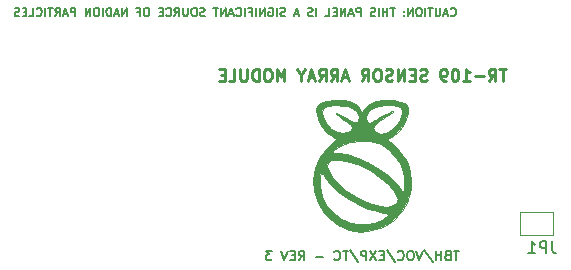
<source format=gbr>
G04 #@! TF.GenerationSoftware,KiCad,Pcbnew,(5.1.10-1-10_14)*
G04 #@! TF.CreationDate,2021-06-08T22:44:31-04:00*
G04 #@! TF.ProjectId,tr109-sensorboard,74723130-392d-4736-956e-736f72626f61,3*
G04 #@! TF.SameCoordinates,Original*
G04 #@! TF.FileFunction,Legend,Bot*
G04 #@! TF.FilePolarity,Positive*
%FSLAX46Y46*%
G04 Gerber Fmt 4.6, Leading zero omitted, Abs format (unit mm)*
G04 Created by KiCad (PCBNEW (5.1.10-1-10_14)) date 2021-06-08 22:44:31*
%MOMM*%
%LPD*%
G01*
G04 APERTURE LIST*
%ADD10C,0.175000*%
%ADD11C,0.200000*%
%ADD12C,0.250000*%
%ADD13C,0.010000*%
%ADD14C,0.120000*%
%ADD15C,0.150000*%
G04 APERTURE END LIST*
D10*
X151304000Y-96960500D02*
X151337333Y-96993833D01*
X151437333Y-97027166D01*
X151504000Y-97027166D01*
X151604000Y-96993833D01*
X151670666Y-96927166D01*
X151704000Y-96860500D01*
X151737333Y-96727166D01*
X151737333Y-96627166D01*
X151704000Y-96493833D01*
X151670666Y-96427166D01*
X151604000Y-96360500D01*
X151504000Y-96327166D01*
X151437333Y-96327166D01*
X151337333Y-96360500D01*
X151304000Y-96393833D01*
X151037333Y-96827166D02*
X150704000Y-96827166D01*
X151104000Y-97027166D02*
X150870666Y-96327166D01*
X150637333Y-97027166D01*
X150404000Y-96327166D02*
X150404000Y-96893833D01*
X150370666Y-96960500D01*
X150337333Y-96993833D01*
X150270666Y-97027166D01*
X150137333Y-97027166D01*
X150070666Y-96993833D01*
X150037333Y-96960500D01*
X150004000Y-96893833D01*
X150004000Y-96327166D01*
X149770666Y-96327166D02*
X149370666Y-96327166D01*
X149570666Y-97027166D02*
X149570666Y-96327166D01*
X149137333Y-97027166D02*
X149137333Y-96327166D01*
X148670666Y-96327166D02*
X148537333Y-96327166D01*
X148470666Y-96360500D01*
X148404000Y-96427166D01*
X148370666Y-96560500D01*
X148370666Y-96793833D01*
X148404000Y-96927166D01*
X148470666Y-96993833D01*
X148537333Y-97027166D01*
X148670666Y-97027166D01*
X148737333Y-96993833D01*
X148804000Y-96927166D01*
X148837333Y-96793833D01*
X148837333Y-96560500D01*
X148804000Y-96427166D01*
X148737333Y-96360500D01*
X148670666Y-96327166D01*
X148070666Y-97027166D02*
X148070666Y-96327166D01*
X147670666Y-97027166D01*
X147670666Y-96327166D01*
X147337333Y-96960500D02*
X147303999Y-96993833D01*
X147337333Y-97027166D01*
X147370666Y-96993833D01*
X147337333Y-96960500D01*
X147337333Y-97027166D01*
X147337333Y-96593833D02*
X147303999Y-96627166D01*
X147337333Y-96660500D01*
X147370666Y-96627166D01*
X147337333Y-96593833D01*
X147337333Y-96660500D01*
X146570666Y-96327166D02*
X146170666Y-96327166D01*
X146370666Y-97027166D02*
X146370666Y-96327166D01*
X145937333Y-97027166D02*
X145937333Y-96327166D01*
X145937333Y-96660500D02*
X145537333Y-96660500D01*
X145537333Y-97027166D02*
X145537333Y-96327166D01*
X145204000Y-97027166D02*
X145204000Y-96327166D01*
X144904000Y-96993833D02*
X144804000Y-97027166D01*
X144637333Y-97027166D01*
X144570666Y-96993833D01*
X144537333Y-96960500D01*
X144504000Y-96893833D01*
X144504000Y-96827166D01*
X144537333Y-96760500D01*
X144570666Y-96727166D01*
X144637333Y-96693833D01*
X144770666Y-96660500D01*
X144837333Y-96627166D01*
X144870666Y-96593833D01*
X144904000Y-96527166D01*
X144904000Y-96460500D01*
X144870666Y-96393833D01*
X144837333Y-96360500D01*
X144770666Y-96327166D01*
X144604000Y-96327166D01*
X144504000Y-96360500D01*
X143670666Y-97027166D02*
X143670666Y-96327166D01*
X143404000Y-96327166D01*
X143337333Y-96360500D01*
X143304000Y-96393833D01*
X143270666Y-96460500D01*
X143270666Y-96560500D01*
X143304000Y-96627166D01*
X143337333Y-96660500D01*
X143404000Y-96693833D01*
X143670666Y-96693833D01*
X143004000Y-96827166D02*
X142670666Y-96827166D01*
X143070666Y-97027166D02*
X142837333Y-96327166D01*
X142604000Y-97027166D01*
X142370666Y-97027166D02*
X142370666Y-96327166D01*
X141970666Y-97027166D01*
X141970666Y-96327166D01*
X141637333Y-96660500D02*
X141404000Y-96660500D01*
X141304000Y-97027166D02*
X141637333Y-97027166D01*
X141637333Y-96327166D01*
X141304000Y-96327166D01*
X140670666Y-97027166D02*
X141004000Y-97027166D01*
X141004000Y-96327166D01*
X139904000Y-97027166D02*
X139904000Y-96327166D01*
X139604000Y-96993833D02*
X139504000Y-97027166D01*
X139337333Y-97027166D01*
X139270666Y-96993833D01*
X139237333Y-96960500D01*
X139204000Y-96893833D01*
X139204000Y-96827166D01*
X139237333Y-96760500D01*
X139270666Y-96727166D01*
X139337333Y-96693833D01*
X139470666Y-96660500D01*
X139537333Y-96627166D01*
X139570666Y-96593833D01*
X139604000Y-96527166D01*
X139604000Y-96460500D01*
X139570666Y-96393833D01*
X139537333Y-96360500D01*
X139470666Y-96327166D01*
X139304000Y-96327166D01*
X139204000Y-96360500D01*
X138404000Y-96827166D02*
X138070666Y-96827166D01*
X138470666Y-97027166D02*
X138237333Y-96327166D01*
X138004000Y-97027166D01*
X137270666Y-96993833D02*
X137170666Y-97027166D01*
X137004000Y-97027166D01*
X136937333Y-96993833D01*
X136904000Y-96960500D01*
X136870666Y-96893833D01*
X136870666Y-96827166D01*
X136904000Y-96760500D01*
X136937333Y-96727166D01*
X137004000Y-96693833D01*
X137137333Y-96660500D01*
X137204000Y-96627166D01*
X137237333Y-96593833D01*
X137270666Y-96527166D01*
X137270666Y-96460500D01*
X137237333Y-96393833D01*
X137204000Y-96360500D01*
X137137333Y-96327166D01*
X136970666Y-96327166D01*
X136870666Y-96360500D01*
X136570666Y-97027166D02*
X136570666Y-96327166D01*
X135870666Y-96360500D02*
X135937333Y-96327166D01*
X136037333Y-96327166D01*
X136137333Y-96360500D01*
X136204000Y-96427166D01*
X136237333Y-96493833D01*
X136270666Y-96627166D01*
X136270666Y-96727166D01*
X136237333Y-96860500D01*
X136204000Y-96927166D01*
X136137333Y-96993833D01*
X136037333Y-97027166D01*
X135970666Y-97027166D01*
X135870666Y-96993833D01*
X135837333Y-96960500D01*
X135837333Y-96727166D01*
X135970666Y-96727166D01*
X135537333Y-97027166D02*
X135537333Y-96327166D01*
X135137333Y-97027166D01*
X135137333Y-96327166D01*
X134804000Y-97027166D02*
X134804000Y-96327166D01*
X134237333Y-96660500D02*
X134470666Y-96660500D01*
X134470666Y-97027166D02*
X134470666Y-96327166D01*
X134137333Y-96327166D01*
X133870666Y-97027166D02*
X133870666Y-96327166D01*
X133137333Y-96960500D02*
X133170666Y-96993833D01*
X133270666Y-97027166D01*
X133337333Y-97027166D01*
X133437333Y-96993833D01*
X133504000Y-96927166D01*
X133537333Y-96860500D01*
X133570666Y-96727166D01*
X133570666Y-96627166D01*
X133537333Y-96493833D01*
X133504000Y-96427166D01*
X133437333Y-96360500D01*
X133337333Y-96327166D01*
X133270666Y-96327166D01*
X133170666Y-96360500D01*
X133137333Y-96393833D01*
X132870666Y-96827166D02*
X132537333Y-96827166D01*
X132937333Y-97027166D02*
X132704000Y-96327166D01*
X132470666Y-97027166D01*
X132237333Y-97027166D02*
X132237333Y-96327166D01*
X131837333Y-97027166D01*
X131837333Y-96327166D01*
X131604000Y-96327166D02*
X131204000Y-96327166D01*
X131404000Y-97027166D02*
X131404000Y-96327166D01*
X130470666Y-96993833D02*
X130370666Y-97027166D01*
X130204000Y-97027166D01*
X130137333Y-96993833D01*
X130104000Y-96960500D01*
X130070666Y-96893833D01*
X130070666Y-96827166D01*
X130104000Y-96760500D01*
X130137333Y-96727166D01*
X130204000Y-96693833D01*
X130337333Y-96660500D01*
X130404000Y-96627166D01*
X130437333Y-96593833D01*
X130470666Y-96527166D01*
X130470666Y-96460500D01*
X130437333Y-96393833D01*
X130404000Y-96360500D01*
X130337333Y-96327166D01*
X130170666Y-96327166D01*
X130070666Y-96360500D01*
X129637333Y-96327166D02*
X129504000Y-96327166D01*
X129437333Y-96360500D01*
X129370666Y-96427166D01*
X129337333Y-96560500D01*
X129337333Y-96793833D01*
X129370666Y-96927166D01*
X129437333Y-96993833D01*
X129504000Y-97027166D01*
X129637333Y-97027166D01*
X129704000Y-96993833D01*
X129770666Y-96927166D01*
X129804000Y-96793833D01*
X129804000Y-96560500D01*
X129770666Y-96427166D01*
X129704000Y-96360500D01*
X129637333Y-96327166D01*
X129037333Y-96327166D02*
X129037333Y-96893833D01*
X129004000Y-96960500D01*
X128970666Y-96993833D01*
X128904000Y-97027166D01*
X128770666Y-97027166D01*
X128704000Y-96993833D01*
X128670666Y-96960500D01*
X128637333Y-96893833D01*
X128637333Y-96327166D01*
X127904000Y-97027166D02*
X128137333Y-96693833D01*
X128304000Y-97027166D02*
X128304000Y-96327166D01*
X128037333Y-96327166D01*
X127970666Y-96360500D01*
X127937333Y-96393833D01*
X127904000Y-96460500D01*
X127904000Y-96560500D01*
X127937333Y-96627166D01*
X127970666Y-96660500D01*
X128037333Y-96693833D01*
X128304000Y-96693833D01*
X127204000Y-96960500D02*
X127237333Y-96993833D01*
X127337333Y-97027166D01*
X127404000Y-97027166D01*
X127504000Y-96993833D01*
X127570666Y-96927166D01*
X127604000Y-96860500D01*
X127637333Y-96727166D01*
X127637333Y-96627166D01*
X127604000Y-96493833D01*
X127570666Y-96427166D01*
X127504000Y-96360500D01*
X127404000Y-96327166D01*
X127337333Y-96327166D01*
X127237333Y-96360500D01*
X127204000Y-96393833D01*
X126904000Y-96660500D02*
X126670666Y-96660500D01*
X126570666Y-97027166D02*
X126904000Y-97027166D01*
X126904000Y-96327166D01*
X126570666Y-96327166D01*
X125604000Y-96327166D02*
X125470666Y-96327166D01*
X125404000Y-96360500D01*
X125337333Y-96427166D01*
X125304000Y-96560500D01*
X125304000Y-96793833D01*
X125337333Y-96927166D01*
X125404000Y-96993833D01*
X125470666Y-97027166D01*
X125604000Y-97027166D01*
X125670666Y-96993833D01*
X125737333Y-96927166D01*
X125770666Y-96793833D01*
X125770666Y-96560500D01*
X125737333Y-96427166D01*
X125670666Y-96360500D01*
X125604000Y-96327166D01*
X124770666Y-96660500D02*
X125004000Y-96660500D01*
X125004000Y-97027166D02*
X125004000Y-96327166D01*
X124670666Y-96327166D01*
X123870666Y-97027166D02*
X123870666Y-96327166D01*
X123470666Y-97027166D01*
X123470666Y-96327166D01*
X123170666Y-96827166D02*
X122837333Y-96827166D01*
X123237333Y-97027166D02*
X123004000Y-96327166D01*
X122770666Y-97027166D01*
X122537333Y-97027166D02*
X122537333Y-96327166D01*
X122370666Y-96327166D01*
X122270666Y-96360500D01*
X122204000Y-96427166D01*
X122170666Y-96493833D01*
X122137333Y-96627166D01*
X122137333Y-96727166D01*
X122170666Y-96860500D01*
X122204000Y-96927166D01*
X122270666Y-96993833D01*
X122370666Y-97027166D01*
X122537333Y-97027166D01*
X121837333Y-97027166D02*
X121837333Y-96327166D01*
X121370666Y-96327166D02*
X121237333Y-96327166D01*
X121170666Y-96360500D01*
X121104000Y-96427166D01*
X121070666Y-96560500D01*
X121070666Y-96793833D01*
X121104000Y-96927166D01*
X121170666Y-96993833D01*
X121237333Y-97027166D01*
X121370666Y-97027166D01*
X121437333Y-96993833D01*
X121504000Y-96927166D01*
X121537333Y-96793833D01*
X121537333Y-96560500D01*
X121504000Y-96427166D01*
X121437333Y-96360500D01*
X121370666Y-96327166D01*
X120770666Y-97027166D02*
X120770666Y-96327166D01*
X120370666Y-97027166D01*
X120370666Y-96327166D01*
X119504000Y-97027166D02*
X119504000Y-96327166D01*
X119237333Y-96327166D01*
X119170666Y-96360500D01*
X119137333Y-96393833D01*
X119104000Y-96460500D01*
X119104000Y-96560500D01*
X119137333Y-96627166D01*
X119170666Y-96660500D01*
X119237333Y-96693833D01*
X119504000Y-96693833D01*
X118837333Y-96827166D02*
X118504000Y-96827166D01*
X118904000Y-97027166D02*
X118670666Y-96327166D01*
X118437333Y-97027166D01*
X117804000Y-97027166D02*
X118037333Y-96693833D01*
X118204000Y-97027166D02*
X118204000Y-96327166D01*
X117937333Y-96327166D01*
X117870666Y-96360500D01*
X117837333Y-96393833D01*
X117804000Y-96460500D01*
X117804000Y-96560500D01*
X117837333Y-96627166D01*
X117870666Y-96660500D01*
X117937333Y-96693833D01*
X118204000Y-96693833D01*
X117604000Y-96327166D02*
X117204000Y-96327166D01*
X117404000Y-97027166D02*
X117404000Y-96327166D01*
X116970666Y-97027166D02*
X116970666Y-96327166D01*
X116237333Y-96960500D02*
X116270666Y-96993833D01*
X116370666Y-97027166D01*
X116437333Y-97027166D01*
X116537333Y-96993833D01*
X116604000Y-96927166D01*
X116637333Y-96860500D01*
X116670666Y-96727166D01*
X116670666Y-96627166D01*
X116637333Y-96493833D01*
X116604000Y-96427166D01*
X116537333Y-96360500D01*
X116437333Y-96327166D01*
X116370666Y-96327166D01*
X116270666Y-96360500D01*
X116237333Y-96393833D01*
X115604000Y-97027166D02*
X115937333Y-97027166D01*
X115937333Y-96327166D01*
X115370666Y-96660500D02*
X115137333Y-96660500D01*
X115037333Y-97027166D02*
X115370666Y-97027166D01*
X115370666Y-96327166D01*
X115037333Y-96327166D01*
X114770666Y-96993833D02*
X114670666Y-97027166D01*
X114504000Y-97027166D01*
X114437333Y-96993833D01*
X114404000Y-96960500D01*
X114370666Y-96893833D01*
X114370666Y-96827166D01*
X114404000Y-96760500D01*
X114437333Y-96727166D01*
X114504000Y-96693833D01*
X114637333Y-96660500D01*
X114704000Y-96627166D01*
X114737333Y-96593833D01*
X114770666Y-96527166D01*
X114770666Y-96460500D01*
X114737333Y-96393833D01*
X114704000Y-96360500D01*
X114637333Y-96327166D01*
X114470666Y-96327166D01*
X114370666Y-96360500D01*
D11*
X151999473Y-116897104D02*
X151542330Y-116897104D01*
X151770902Y-117697104D02*
X151770902Y-116897104D01*
X151008997Y-117278057D02*
X150894711Y-117316152D01*
X150856616Y-117354247D01*
X150818521Y-117430438D01*
X150818521Y-117544723D01*
X150856616Y-117620914D01*
X150894711Y-117659009D01*
X150970902Y-117697104D01*
X151275664Y-117697104D01*
X151275664Y-116897104D01*
X151008997Y-116897104D01*
X150932807Y-116935200D01*
X150894711Y-116973295D01*
X150856616Y-117049485D01*
X150856616Y-117125676D01*
X150894711Y-117201866D01*
X150932807Y-117239961D01*
X151008997Y-117278057D01*
X151275664Y-117278057D01*
X150475664Y-117697104D02*
X150475664Y-116897104D01*
X150475664Y-117278057D02*
X150018521Y-117278057D01*
X150018521Y-117697104D02*
X150018521Y-116897104D01*
X149066140Y-116859009D02*
X149751854Y-117887580D01*
X148913759Y-116897104D02*
X148647092Y-117697104D01*
X148380426Y-116897104D01*
X147961378Y-116897104D02*
X147808997Y-116897104D01*
X147732807Y-116935200D01*
X147656616Y-117011390D01*
X147618521Y-117163771D01*
X147618521Y-117430438D01*
X147656616Y-117582819D01*
X147732807Y-117659009D01*
X147808997Y-117697104D01*
X147961378Y-117697104D01*
X148037569Y-117659009D01*
X148113759Y-117582819D01*
X148151854Y-117430438D01*
X148151854Y-117163771D01*
X148113759Y-117011390D01*
X148037569Y-116935200D01*
X147961378Y-116897104D01*
X146818521Y-117620914D02*
X146856616Y-117659009D01*
X146970902Y-117697104D01*
X147047092Y-117697104D01*
X147161378Y-117659009D01*
X147237569Y-117582819D01*
X147275664Y-117506628D01*
X147313759Y-117354247D01*
X147313759Y-117239961D01*
X147275664Y-117087580D01*
X147237569Y-117011390D01*
X147161378Y-116935200D01*
X147047092Y-116897104D01*
X146970902Y-116897104D01*
X146856616Y-116935200D01*
X146818521Y-116973295D01*
X145904235Y-116859009D02*
X146589950Y-117887580D01*
X145637569Y-117278057D02*
X145370902Y-117278057D01*
X145256616Y-117697104D02*
X145637569Y-117697104D01*
X145637569Y-116897104D01*
X145256616Y-116897104D01*
X144989950Y-116897104D02*
X144456616Y-117697104D01*
X144456616Y-116897104D02*
X144989950Y-117697104D01*
X144151854Y-117697104D02*
X144151854Y-116897104D01*
X143847092Y-116897104D01*
X143770902Y-116935200D01*
X143732807Y-116973295D01*
X143694711Y-117049485D01*
X143694711Y-117163771D01*
X143732807Y-117239961D01*
X143770902Y-117278057D01*
X143847092Y-117316152D01*
X144151854Y-117316152D01*
X142780426Y-116859009D02*
X143466140Y-117887580D01*
X142628045Y-116897104D02*
X142170902Y-116897104D01*
X142399473Y-117697104D02*
X142399473Y-116897104D01*
X141447092Y-117620914D02*
X141485188Y-117659009D01*
X141599473Y-117697104D01*
X141675664Y-117697104D01*
X141789950Y-117659009D01*
X141866140Y-117582819D01*
X141904235Y-117506628D01*
X141942330Y-117354247D01*
X141942330Y-117239961D01*
X141904235Y-117087580D01*
X141866140Y-117011390D01*
X141789950Y-116935200D01*
X141675664Y-116897104D01*
X141599473Y-116897104D01*
X141485188Y-116935200D01*
X141447092Y-116973295D01*
X140494711Y-117392342D02*
X139885188Y-117392342D01*
X138437569Y-117697104D02*
X138704235Y-117316152D01*
X138894711Y-117697104D02*
X138894711Y-116897104D01*
X138589950Y-116897104D01*
X138513759Y-116935200D01*
X138475664Y-116973295D01*
X138437569Y-117049485D01*
X138437569Y-117163771D01*
X138475664Y-117239961D01*
X138513759Y-117278057D01*
X138589950Y-117316152D01*
X138894711Y-117316152D01*
X138094711Y-117278057D02*
X137828045Y-117278057D01*
X137713759Y-117697104D02*
X138094711Y-117697104D01*
X138094711Y-116897104D01*
X137713759Y-116897104D01*
X137485188Y-116897104D02*
X137218521Y-117697104D01*
X136951854Y-116897104D01*
X136151854Y-116897104D02*
X135656616Y-116897104D01*
X135923283Y-117201866D01*
X135808997Y-117201866D01*
X135732807Y-117239961D01*
X135694711Y-117278057D01*
X135656616Y-117354247D01*
X135656616Y-117544723D01*
X135694711Y-117620914D01*
X135732807Y-117659009D01*
X135808997Y-117697104D01*
X136037569Y-117697104D01*
X136113759Y-117659009D01*
X136151854Y-117620914D01*
D12*
X155980426Y-101509480D02*
X155408997Y-101509480D01*
X155694711Y-102509480D02*
X155694711Y-101509480D01*
X154504235Y-102509480D02*
X154837569Y-102033290D01*
X155075664Y-102509480D02*
X155075664Y-101509480D01*
X154694711Y-101509480D01*
X154599473Y-101557100D01*
X154551854Y-101604719D01*
X154504235Y-101699957D01*
X154504235Y-101842814D01*
X154551854Y-101938052D01*
X154599473Y-101985671D01*
X154694711Y-102033290D01*
X155075664Y-102033290D01*
X154075664Y-102128528D02*
X153313759Y-102128528D01*
X152313759Y-102509480D02*
X152885188Y-102509480D01*
X152599473Y-102509480D02*
X152599473Y-101509480D01*
X152694711Y-101652338D01*
X152789950Y-101747576D01*
X152885188Y-101795195D01*
X151694711Y-101509480D02*
X151599473Y-101509480D01*
X151504235Y-101557100D01*
X151456616Y-101604719D01*
X151408997Y-101699957D01*
X151361378Y-101890433D01*
X151361378Y-102128528D01*
X151408997Y-102319004D01*
X151456616Y-102414242D01*
X151504235Y-102461861D01*
X151599473Y-102509480D01*
X151694711Y-102509480D01*
X151789950Y-102461861D01*
X151837569Y-102414242D01*
X151885188Y-102319004D01*
X151932807Y-102128528D01*
X151932807Y-101890433D01*
X151885188Y-101699957D01*
X151837569Y-101604719D01*
X151789950Y-101557100D01*
X151694711Y-101509480D01*
X150885188Y-102509480D02*
X150694711Y-102509480D01*
X150599473Y-102461861D01*
X150551854Y-102414242D01*
X150456616Y-102271385D01*
X150408997Y-102080909D01*
X150408997Y-101699957D01*
X150456616Y-101604719D01*
X150504235Y-101557100D01*
X150599473Y-101509480D01*
X150789950Y-101509480D01*
X150885188Y-101557100D01*
X150932807Y-101604719D01*
X150980426Y-101699957D01*
X150980426Y-101938052D01*
X150932807Y-102033290D01*
X150885188Y-102080909D01*
X150789950Y-102128528D01*
X150599473Y-102128528D01*
X150504235Y-102080909D01*
X150456616Y-102033290D01*
X150408997Y-101938052D01*
X149266140Y-102461861D02*
X149123283Y-102509480D01*
X148885188Y-102509480D01*
X148789950Y-102461861D01*
X148742330Y-102414242D01*
X148694711Y-102319004D01*
X148694711Y-102223766D01*
X148742330Y-102128528D01*
X148789950Y-102080909D01*
X148885188Y-102033290D01*
X149075664Y-101985671D01*
X149170902Y-101938052D01*
X149218521Y-101890433D01*
X149266140Y-101795195D01*
X149266140Y-101699957D01*
X149218521Y-101604719D01*
X149170902Y-101557100D01*
X149075664Y-101509480D01*
X148837569Y-101509480D01*
X148694711Y-101557100D01*
X148266140Y-101985671D02*
X147932807Y-101985671D01*
X147789950Y-102509480D02*
X148266140Y-102509480D01*
X148266140Y-101509480D01*
X147789950Y-101509480D01*
X147361378Y-102509480D02*
X147361378Y-101509480D01*
X146789950Y-102509480D01*
X146789950Y-101509480D01*
X146361378Y-102461861D02*
X146218521Y-102509480D01*
X145980426Y-102509480D01*
X145885188Y-102461861D01*
X145837569Y-102414242D01*
X145789950Y-102319004D01*
X145789950Y-102223766D01*
X145837569Y-102128528D01*
X145885188Y-102080909D01*
X145980426Y-102033290D01*
X146170902Y-101985671D01*
X146266140Y-101938052D01*
X146313759Y-101890433D01*
X146361378Y-101795195D01*
X146361378Y-101699957D01*
X146313759Y-101604719D01*
X146266140Y-101557100D01*
X146170902Y-101509480D01*
X145932807Y-101509480D01*
X145789950Y-101557100D01*
X145170902Y-101509480D02*
X144980426Y-101509480D01*
X144885188Y-101557100D01*
X144789950Y-101652338D01*
X144742330Y-101842814D01*
X144742330Y-102176147D01*
X144789950Y-102366623D01*
X144885188Y-102461861D01*
X144980426Y-102509480D01*
X145170902Y-102509480D01*
X145266140Y-102461861D01*
X145361378Y-102366623D01*
X145408997Y-102176147D01*
X145408997Y-101842814D01*
X145361378Y-101652338D01*
X145266140Y-101557100D01*
X145170902Y-101509480D01*
X143742330Y-102509480D02*
X144075664Y-102033290D01*
X144313759Y-102509480D02*
X144313759Y-101509480D01*
X143932807Y-101509480D01*
X143837569Y-101557100D01*
X143789950Y-101604719D01*
X143742330Y-101699957D01*
X143742330Y-101842814D01*
X143789950Y-101938052D01*
X143837569Y-101985671D01*
X143932807Y-102033290D01*
X144313759Y-102033290D01*
X142599473Y-102223766D02*
X142123283Y-102223766D01*
X142694711Y-102509480D02*
X142361378Y-101509480D01*
X142028045Y-102509480D01*
X141123283Y-102509480D02*
X141456616Y-102033290D01*
X141694711Y-102509480D02*
X141694711Y-101509480D01*
X141313759Y-101509480D01*
X141218521Y-101557100D01*
X141170902Y-101604719D01*
X141123283Y-101699957D01*
X141123283Y-101842814D01*
X141170902Y-101938052D01*
X141218521Y-101985671D01*
X141313759Y-102033290D01*
X141694711Y-102033290D01*
X140123283Y-102509480D02*
X140456616Y-102033290D01*
X140694711Y-102509480D02*
X140694711Y-101509480D01*
X140313759Y-101509480D01*
X140218521Y-101557100D01*
X140170902Y-101604719D01*
X140123283Y-101699957D01*
X140123283Y-101842814D01*
X140170902Y-101938052D01*
X140218521Y-101985671D01*
X140313759Y-102033290D01*
X140694711Y-102033290D01*
X139742330Y-102223766D02*
X139266140Y-102223766D01*
X139837569Y-102509480D02*
X139504235Y-101509480D01*
X139170902Y-102509480D01*
X138647092Y-102033290D02*
X138647092Y-102509480D01*
X138980426Y-101509480D02*
X138647092Y-102033290D01*
X138313759Y-101509480D01*
X137218521Y-102509480D02*
X137218521Y-101509480D01*
X136885188Y-102223766D01*
X136551854Y-101509480D01*
X136551854Y-102509480D01*
X135885188Y-101509480D02*
X135694711Y-101509480D01*
X135599473Y-101557100D01*
X135504235Y-101652338D01*
X135456616Y-101842814D01*
X135456616Y-102176147D01*
X135504235Y-102366623D01*
X135599473Y-102461861D01*
X135694711Y-102509480D01*
X135885188Y-102509480D01*
X135980426Y-102461861D01*
X136075664Y-102366623D01*
X136123283Y-102176147D01*
X136123283Y-101842814D01*
X136075664Y-101652338D01*
X135980426Y-101557100D01*
X135885188Y-101509480D01*
X135028045Y-102509480D02*
X135028045Y-101509480D01*
X134789950Y-101509480D01*
X134647092Y-101557100D01*
X134551854Y-101652338D01*
X134504235Y-101747576D01*
X134456616Y-101938052D01*
X134456616Y-102080909D01*
X134504235Y-102271385D01*
X134551854Y-102366623D01*
X134647092Y-102461861D01*
X134789950Y-102509480D01*
X135028045Y-102509480D01*
X134028045Y-101509480D02*
X134028045Y-102319004D01*
X133980426Y-102414242D01*
X133932807Y-102461861D01*
X133837569Y-102509480D01*
X133647092Y-102509480D01*
X133551854Y-102461861D01*
X133504235Y-102414242D01*
X133456616Y-102319004D01*
X133456616Y-101509480D01*
X132504235Y-102509480D02*
X132980426Y-102509480D01*
X132980426Y-101509480D01*
X132170902Y-101985671D02*
X131837569Y-101985671D01*
X131694711Y-102509480D02*
X132170902Y-102509480D01*
X132170902Y-101509480D01*
X131694711Y-101509480D01*
D13*
G36*
X141468511Y-104117796D02*
G01*
X140719124Y-104225199D01*
X140220771Y-104405659D01*
X139952653Y-104683931D01*
X139893976Y-105084772D01*
X140023942Y-105632936D01*
X140075765Y-105775710D01*
X140394050Y-106420358D01*
X140831657Y-106904867D01*
X141216908Y-107183642D01*
X141601751Y-107429901D01*
X140905310Y-108130003D01*
X140235976Y-108980549D01*
X139813708Y-109912973D01*
X139638596Y-110889461D01*
X139710735Y-111872196D01*
X140030217Y-112823364D01*
X140597135Y-113705150D01*
X140890857Y-114027621D01*
X141743566Y-114705631D01*
X142673872Y-115125420D01*
X143656922Y-115282502D01*
X144667862Y-115172392D01*
X145531116Y-114865090D01*
X146451022Y-114289859D01*
X146932250Y-113787455D01*
X146100861Y-113787455D01*
X146047799Y-113895811D01*
X145808616Y-114067534D01*
X145453106Y-114262397D01*
X145051062Y-114440174D01*
X144838219Y-114515208D01*
X144164535Y-114668234D01*
X143521159Y-114669101D01*
X142786167Y-114516241D01*
X142686197Y-114487545D01*
X142030372Y-114186730D01*
X141391605Y-113707424D01*
X140844606Y-113121295D01*
X140464087Y-112500009D01*
X140380526Y-112275832D01*
X140293229Y-111873788D01*
X140236550Y-111400433D01*
X140213049Y-110932597D01*
X140225287Y-110547112D01*
X140275823Y-110320806D01*
X140314402Y-110291280D01*
X140439122Y-110401029D01*
X140633166Y-110676705D01*
X140723928Y-110828292D01*
X141146717Y-111372291D01*
X141776322Y-111933664D01*
X142549272Y-112473491D01*
X143402096Y-112952851D01*
X144271324Y-113332826D01*
X145093485Y-113574496D01*
X145249373Y-113603247D01*
X145686290Y-113681554D01*
X145997857Y-113750901D01*
X146100861Y-113787455D01*
X146932250Y-113787455D01*
X147165457Y-113543987D01*
X147657457Y-112653844D01*
X147684847Y-112544539D01*
X146809368Y-112544539D01*
X146771619Y-112739429D01*
X146570569Y-112932947D01*
X146242004Y-113117947D01*
X145833985Y-113174682D01*
X145290557Y-113102728D01*
X144608291Y-112917995D01*
X143812759Y-112610138D01*
X143048433Y-112201749D01*
X142348183Y-111723717D01*
X141744877Y-111206930D01*
X141271386Y-110682276D01*
X140960578Y-110180641D01*
X140845323Y-109732915D01*
X140910937Y-109443551D01*
X141027135Y-109286356D01*
X141209051Y-109207904D01*
X141531324Y-109191268D01*
X141936925Y-109210873D01*
X142732572Y-109353762D01*
X143590518Y-109662778D01*
X144452058Y-110100744D01*
X145258487Y-110630485D01*
X145951100Y-111214824D01*
X146471193Y-111816586D01*
X146700974Y-112227801D01*
X146809368Y-112544539D01*
X147684847Y-112544539D01*
X147910060Y-111645798D01*
X147941123Y-111121527D01*
X147379185Y-111121527D01*
X147371665Y-111589160D01*
X147332522Y-111757103D01*
X147250758Y-111886952D01*
X147140317Y-111817282D01*
X146988783Y-111588458D01*
X146747263Y-111272384D01*
X146381918Y-110881307D01*
X146074793Y-110592569D01*
X145260951Y-109970889D01*
X144349616Y-109432856D01*
X143410291Y-109009776D01*
X142512484Y-108732954D01*
X141725700Y-108633695D01*
X141725556Y-108633695D01*
X141374064Y-108607758D01*
X141261034Y-108522453D01*
X141392040Y-108366542D01*
X141772658Y-108128784D01*
X142049715Y-107980174D01*
X142759884Y-107720882D01*
X143575646Y-107595081D01*
X144396482Y-107606588D01*
X145121872Y-107759221D01*
X145351120Y-107854787D01*
X146070081Y-108344637D01*
X146691267Y-109020322D01*
X146998975Y-109514082D01*
X147177642Y-109981787D01*
X147309444Y-110551669D01*
X147379185Y-111121527D01*
X147941123Y-111121527D01*
X147941304Y-111118478D01*
X147849919Y-110159199D01*
X147556491Y-109328295D01*
X147032112Y-108557716D01*
X146702213Y-108201592D01*
X145925815Y-107424380D01*
X146375235Y-107182351D01*
X146878728Y-106777753D01*
X147297148Y-106194606D01*
X147569870Y-105529364D01*
X147634356Y-105179144D01*
X147645545Y-104973191D01*
X147198631Y-104973191D01*
X147175244Y-105221327D01*
X146981761Y-105818327D01*
X146655410Y-106323062D01*
X146242744Y-106705339D01*
X145790316Y-106934963D01*
X145344681Y-106981740D01*
X144952391Y-106815477D01*
X144856928Y-106724956D01*
X144715256Y-106530779D01*
X144756303Y-106373330D01*
X144939065Y-106190460D01*
X145245051Y-105943125D01*
X145656206Y-105647293D01*
X145836141Y-105527051D01*
X146170096Y-105302291D01*
X146382590Y-105144266D01*
X146422826Y-105102286D01*
X146314834Y-105108698D01*
X146039815Y-105215981D01*
X145671208Y-105389359D01*
X145282449Y-105594051D01*
X144946976Y-105795279D01*
X144916696Y-105815563D01*
X144592979Y-106014176D01*
X144396273Y-106055683D01*
X144239405Y-105957192D01*
X144232068Y-105949925D01*
X144111175Y-105758883D01*
X144137024Y-105555636D01*
X143521799Y-105555636D01*
X143473715Y-105899631D01*
X143315736Y-106035343D01*
X143015758Y-105969791D01*
X142613712Y-105754157D01*
X142127129Y-105477337D01*
X141778552Y-105311610D01*
X141591227Y-105258703D01*
X141588399Y-105320342D01*
X141793312Y-105498254D01*
X142108968Y-105716666D01*
X142526567Y-106015342D01*
X142832960Y-106283198D01*
X142969512Y-106468074D01*
X142971739Y-106484152D01*
X142853907Y-106731170D01*
X142550970Y-106882781D01*
X142138766Y-106933754D01*
X141693134Y-106878864D01*
X141289911Y-106712880D01*
X141152327Y-106609578D01*
X140779662Y-106153937D01*
X140508659Y-105601858D01*
X140409480Y-105154677D01*
X140442845Y-104878151D01*
X140635733Y-104732682D01*
X140817534Y-104680640D01*
X141477693Y-104602521D01*
X142297382Y-104627454D01*
X142535659Y-104652328D01*
X142894598Y-104786335D01*
X143236956Y-105051642D01*
X143471082Y-105364294D01*
X143521799Y-105555636D01*
X144137024Y-105555636D01*
X144143457Y-105505057D01*
X144206263Y-105339645D01*
X144408681Y-104999843D01*
X144716680Y-104777677D01*
X145188118Y-104645634D01*
X145801631Y-104581005D01*
X146293123Y-104592595D01*
X146758485Y-104667850D01*
X146800443Y-104679636D01*
X147101247Y-104800271D01*
X147198631Y-104973191D01*
X147645545Y-104973191D01*
X147655870Y-104783156D01*
X147596137Y-104564080D01*
X147417582Y-104426219D01*
X147320439Y-104379615D01*
X146970275Y-104268810D01*
X146478778Y-104169779D01*
X146156430Y-104126513D01*
X145542672Y-104128402D01*
X144946616Y-104242576D01*
X144438578Y-104443928D01*
X144088876Y-104707345D01*
X143978646Y-104904208D01*
X143854731Y-105148630D01*
X143706389Y-105125238D01*
X143588550Y-104892704D01*
X143361731Y-104591232D01*
X142931303Y-104342397D01*
X142368460Y-104172221D01*
X141744392Y-104106725D01*
X141468511Y-104117796D01*
G37*
X141468511Y-104117796D02*
X140719124Y-104225199D01*
X140220771Y-104405659D01*
X139952653Y-104683931D01*
X139893976Y-105084772D01*
X140023942Y-105632936D01*
X140075765Y-105775710D01*
X140394050Y-106420358D01*
X140831657Y-106904867D01*
X141216908Y-107183642D01*
X141601751Y-107429901D01*
X140905310Y-108130003D01*
X140235976Y-108980549D01*
X139813708Y-109912973D01*
X139638596Y-110889461D01*
X139710735Y-111872196D01*
X140030217Y-112823364D01*
X140597135Y-113705150D01*
X140890857Y-114027621D01*
X141743566Y-114705631D01*
X142673872Y-115125420D01*
X143656922Y-115282502D01*
X144667862Y-115172392D01*
X145531116Y-114865090D01*
X146451022Y-114289859D01*
X146932250Y-113787455D01*
X146100861Y-113787455D01*
X146047799Y-113895811D01*
X145808616Y-114067534D01*
X145453106Y-114262397D01*
X145051062Y-114440174D01*
X144838219Y-114515208D01*
X144164535Y-114668234D01*
X143521159Y-114669101D01*
X142786167Y-114516241D01*
X142686197Y-114487545D01*
X142030372Y-114186730D01*
X141391605Y-113707424D01*
X140844606Y-113121295D01*
X140464087Y-112500009D01*
X140380526Y-112275832D01*
X140293229Y-111873788D01*
X140236550Y-111400433D01*
X140213049Y-110932597D01*
X140225287Y-110547112D01*
X140275823Y-110320806D01*
X140314402Y-110291280D01*
X140439122Y-110401029D01*
X140633166Y-110676705D01*
X140723928Y-110828292D01*
X141146717Y-111372291D01*
X141776322Y-111933664D01*
X142549272Y-112473491D01*
X143402096Y-112952851D01*
X144271324Y-113332826D01*
X145093485Y-113574496D01*
X145249373Y-113603247D01*
X145686290Y-113681554D01*
X145997857Y-113750901D01*
X146100861Y-113787455D01*
X146932250Y-113787455D01*
X147165457Y-113543987D01*
X147657457Y-112653844D01*
X147684847Y-112544539D01*
X146809368Y-112544539D01*
X146771619Y-112739429D01*
X146570569Y-112932947D01*
X146242004Y-113117947D01*
X145833985Y-113174682D01*
X145290557Y-113102728D01*
X144608291Y-112917995D01*
X143812759Y-112610138D01*
X143048433Y-112201749D01*
X142348183Y-111723717D01*
X141744877Y-111206930D01*
X141271386Y-110682276D01*
X140960578Y-110180641D01*
X140845323Y-109732915D01*
X140910937Y-109443551D01*
X141027135Y-109286356D01*
X141209051Y-109207904D01*
X141531324Y-109191268D01*
X141936925Y-109210873D01*
X142732572Y-109353762D01*
X143590518Y-109662778D01*
X144452058Y-110100744D01*
X145258487Y-110630485D01*
X145951100Y-111214824D01*
X146471193Y-111816586D01*
X146700974Y-112227801D01*
X146809368Y-112544539D01*
X147684847Y-112544539D01*
X147910060Y-111645798D01*
X147941123Y-111121527D01*
X147379185Y-111121527D01*
X147371665Y-111589160D01*
X147332522Y-111757103D01*
X147250758Y-111886952D01*
X147140317Y-111817282D01*
X146988783Y-111588458D01*
X146747263Y-111272384D01*
X146381918Y-110881307D01*
X146074793Y-110592569D01*
X145260951Y-109970889D01*
X144349616Y-109432856D01*
X143410291Y-109009776D01*
X142512484Y-108732954D01*
X141725700Y-108633695D01*
X141725556Y-108633695D01*
X141374064Y-108607758D01*
X141261034Y-108522453D01*
X141392040Y-108366542D01*
X141772658Y-108128784D01*
X142049715Y-107980174D01*
X142759884Y-107720882D01*
X143575646Y-107595081D01*
X144396482Y-107606588D01*
X145121872Y-107759221D01*
X145351120Y-107854787D01*
X146070081Y-108344637D01*
X146691267Y-109020322D01*
X146998975Y-109514082D01*
X147177642Y-109981787D01*
X147309444Y-110551669D01*
X147379185Y-111121527D01*
X147941123Y-111121527D01*
X147941304Y-111118478D01*
X147849919Y-110159199D01*
X147556491Y-109328295D01*
X147032112Y-108557716D01*
X146702213Y-108201592D01*
X145925815Y-107424380D01*
X146375235Y-107182351D01*
X146878728Y-106777753D01*
X147297148Y-106194606D01*
X147569870Y-105529364D01*
X147634356Y-105179144D01*
X147645545Y-104973191D01*
X147198631Y-104973191D01*
X147175244Y-105221327D01*
X146981761Y-105818327D01*
X146655410Y-106323062D01*
X146242744Y-106705339D01*
X145790316Y-106934963D01*
X145344681Y-106981740D01*
X144952391Y-106815477D01*
X144856928Y-106724956D01*
X144715256Y-106530779D01*
X144756303Y-106373330D01*
X144939065Y-106190460D01*
X145245051Y-105943125D01*
X145656206Y-105647293D01*
X145836141Y-105527051D01*
X146170096Y-105302291D01*
X146382590Y-105144266D01*
X146422826Y-105102286D01*
X146314834Y-105108698D01*
X146039815Y-105215981D01*
X145671208Y-105389359D01*
X145282449Y-105594051D01*
X144946976Y-105795279D01*
X144916696Y-105815563D01*
X144592979Y-106014176D01*
X144396273Y-106055683D01*
X144239405Y-105957192D01*
X144232068Y-105949925D01*
X144111175Y-105758883D01*
X144137024Y-105555636D01*
X143521799Y-105555636D01*
X143473715Y-105899631D01*
X143315736Y-106035343D01*
X143015758Y-105969791D01*
X142613712Y-105754157D01*
X142127129Y-105477337D01*
X141778552Y-105311610D01*
X141591227Y-105258703D01*
X141588399Y-105320342D01*
X141793312Y-105498254D01*
X142108968Y-105716666D01*
X142526567Y-106015342D01*
X142832960Y-106283198D01*
X142969512Y-106468074D01*
X142971739Y-106484152D01*
X142853907Y-106731170D01*
X142550970Y-106882781D01*
X142138766Y-106933754D01*
X141693134Y-106878864D01*
X141289911Y-106712880D01*
X141152327Y-106609578D01*
X140779662Y-106153937D01*
X140508659Y-105601858D01*
X140409480Y-105154677D01*
X140442845Y-104878151D01*
X140635733Y-104732682D01*
X140817534Y-104680640D01*
X141477693Y-104602521D01*
X142297382Y-104627454D01*
X142535659Y-104652328D01*
X142894598Y-104786335D01*
X143236956Y-105051642D01*
X143471082Y-105364294D01*
X143521799Y-105555636D01*
X144137024Y-105555636D01*
X144143457Y-105505057D01*
X144206263Y-105339645D01*
X144408681Y-104999843D01*
X144716680Y-104777677D01*
X145188118Y-104645634D01*
X145801631Y-104581005D01*
X146293123Y-104592595D01*
X146758485Y-104667850D01*
X146800443Y-104679636D01*
X147101247Y-104800271D01*
X147198631Y-104973191D01*
X147645545Y-104973191D01*
X147655870Y-104783156D01*
X147596137Y-104564080D01*
X147417582Y-104426219D01*
X147320439Y-104379615D01*
X146970275Y-104268810D01*
X146478778Y-104169779D01*
X146156430Y-104126513D01*
X145542672Y-104128402D01*
X144946616Y-104242576D01*
X144438578Y-104443928D01*
X144088876Y-104707345D01*
X143978646Y-104904208D01*
X143854731Y-105148630D01*
X143706389Y-105125238D01*
X143588550Y-104892704D01*
X143361731Y-104591232D01*
X142931303Y-104342397D01*
X142368460Y-104172221D01*
X141744392Y-104106725D01*
X141468511Y-104117796D01*
D14*
X157184900Y-113592100D02*
X157184900Y-115592100D01*
X159984900Y-113592100D02*
X157184900Y-113592100D01*
X159984900Y-115592100D02*
X159984900Y-113592100D01*
X157184900Y-115592100D02*
X159984900Y-115592100D01*
D15*
X159862733Y-116114580D02*
X159862733Y-116828866D01*
X159910352Y-116971723D01*
X160005590Y-117066961D01*
X160148447Y-117114580D01*
X160243685Y-117114580D01*
X159386542Y-117114580D02*
X159386542Y-116114580D01*
X159005590Y-116114580D01*
X158910352Y-116162200D01*
X158862733Y-116209819D01*
X158815114Y-116305057D01*
X158815114Y-116447914D01*
X158862733Y-116543152D01*
X158910352Y-116590771D01*
X159005590Y-116638390D01*
X159386542Y-116638390D01*
X157862733Y-117114580D02*
X158434161Y-117114580D01*
X158148447Y-117114580D02*
X158148447Y-116114580D01*
X158243685Y-116257438D01*
X158338923Y-116352676D01*
X158434161Y-116400295D01*
M02*

</source>
